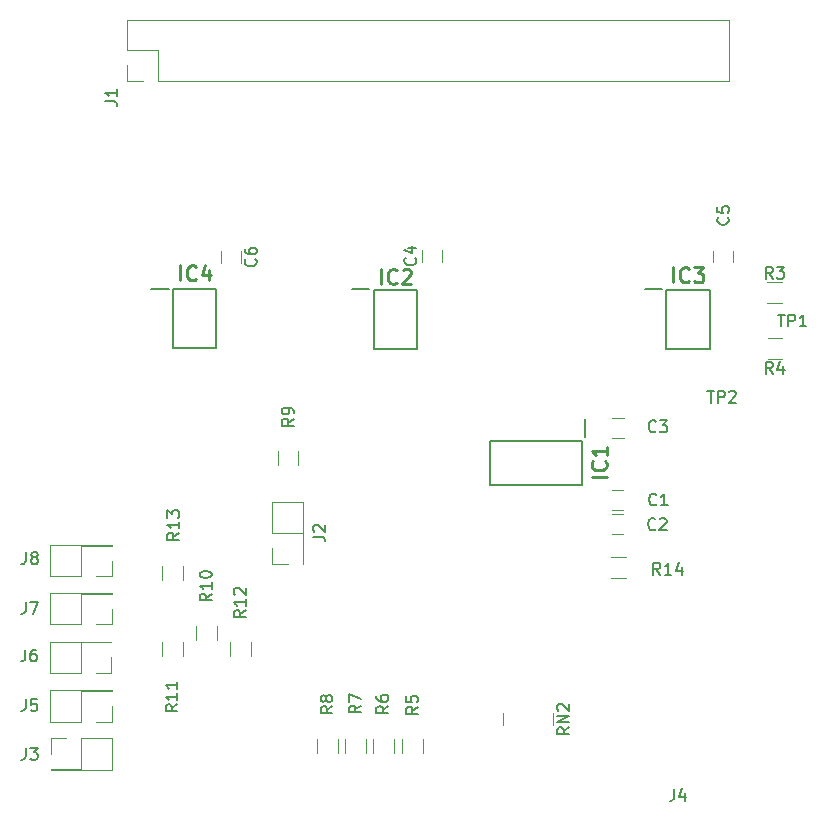
<source format=gto>
G04 #@! TF.GenerationSoftware,KiCad,Pcbnew,(5.1.6)-1*
G04 #@! TF.CreationDate,2020-09-28T13:24:55+09:00*
G04 #@! TF.ProjectId,mt_rpiprtcap,6d745f72-7069-4707-9274-6361702e6b69,rev?*
G04 #@! TF.SameCoordinates,Original*
G04 #@! TF.FileFunction,Legend,Top*
G04 #@! TF.FilePolarity,Positive*
%FSLAX46Y46*%
G04 Gerber Fmt 4.6, Leading zero omitted, Abs format (unit mm)*
G04 Created by KiCad (PCBNEW (5.1.6)-1) date 2020-09-28 13:24:55*
%MOMM*%
%LPD*%
G01*
G04 APERTURE LIST*
%ADD10C,0.200000*%
%ADD11C,0.120000*%
%ADD12C,0.150000*%
%ADD13C,0.254000*%
G04 APERTURE END LIST*
D10*
X216129000Y-81677900D02*
X216129000Y-85377900D01*
X216129000Y-85377900D02*
X208329000Y-85377900D01*
X208329000Y-85377900D02*
X208329000Y-81677900D01*
X208329000Y-81677900D02*
X216129000Y-81677900D01*
X216379000Y-79852900D02*
X216379000Y-81327900D01*
D11*
X177613000Y-51215600D02*
X177613000Y-49885600D01*
X178943000Y-51215600D02*
X177613000Y-51215600D01*
X177613000Y-48615600D02*
X177613000Y-46015600D01*
X180213000Y-48615600D02*
X177613000Y-48615600D01*
X180213000Y-51215600D02*
X180213000Y-48615600D01*
X177613000Y-46015600D02*
X228533000Y-46015600D01*
X180213000Y-51215600D02*
X228533000Y-51215600D01*
X228533000Y-51215600D02*
X228533000Y-46015600D01*
X218595000Y-87540200D02*
X219595000Y-87540200D01*
X219595000Y-85840200D02*
X218595000Y-85840200D01*
X219595000Y-87872200D02*
X218595000Y-87872200D01*
X218595000Y-89572200D02*
X219595000Y-89572200D01*
X219645000Y-79693400D02*
X218645000Y-79693400D01*
X218645000Y-81393400D02*
X219645000Y-81393400D01*
X204215000Y-66501900D02*
X204215000Y-65501900D01*
X202515000Y-65501900D02*
X202515000Y-66501900D01*
X227166000Y-65560000D02*
X227166000Y-66560000D01*
X228866000Y-66560000D02*
X228866000Y-65560000D01*
X187248000Y-66603500D02*
X187248000Y-65603500D01*
X185548000Y-65603500D02*
X185548000Y-66603500D01*
D10*
X198455000Y-68861300D02*
X202155000Y-68861300D01*
X202155000Y-68861300D02*
X202155000Y-73861300D01*
X202155000Y-73861300D02*
X198455000Y-73861300D01*
X198455000Y-73861300D02*
X198455000Y-68861300D01*
X196630000Y-68836300D02*
X198105000Y-68836300D01*
X221394000Y-68849000D02*
X222869000Y-68849000D01*
X223219000Y-73874000D02*
X223219000Y-68874000D01*
X226919000Y-73874000D02*
X223219000Y-73874000D01*
X226919000Y-68874000D02*
X226919000Y-73874000D01*
X223219000Y-68874000D02*
X226919000Y-68874000D01*
X181449000Y-68810500D02*
X185149000Y-68810500D01*
X185149000Y-68810500D02*
X185149000Y-73810500D01*
X185149000Y-73810500D02*
X181449000Y-73810500D01*
X181449000Y-73810500D02*
X181449000Y-68810500D01*
X179624000Y-68785500D02*
X181099000Y-68785500D01*
D11*
X189856000Y-92058800D02*
X189856000Y-90728800D01*
X191186000Y-92058800D02*
X189856000Y-92058800D01*
X189856000Y-89458800D02*
X189856000Y-86858800D01*
X192456000Y-89458800D02*
X189856000Y-89458800D01*
X192456000Y-92058800D02*
X192456000Y-89458800D01*
X189856000Y-86858800D02*
X192516000Y-86858800D01*
X192456000Y-92058800D02*
X192516000Y-92058800D01*
X192516000Y-92058800D02*
X192516000Y-86858800D01*
X171110000Y-106861000D02*
X172440000Y-106861000D01*
X171110000Y-108191000D02*
X171110000Y-106861000D01*
X173710000Y-106861000D02*
X176310000Y-106861000D01*
X173710000Y-109461000D02*
X173710000Y-106861000D01*
X171110000Y-109461000D02*
X173710000Y-109461000D01*
X176310000Y-106861000D02*
X176310000Y-109521000D01*
X171110000Y-109461000D02*
X171110000Y-109521000D01*
X171110000Y-109521000D02*
X176310000Y-109521000D01*
X176272000Y-102772000D02*
X171072000Y-102772000D01*
X176272000Y-102832000D02*
X176272000Y-102772000D01*
X171072000Y-105432000D02*
X171072000Y-102772000D01*
X176272000Y-102832000D02*
X173672000Y-102832000D01*
X173672000Y-102832000D02*
X173672000Y-105432000D01*
X173672000Y-105432000D02*
X171072000Y-105432000D01*
X176272000Y-104102000D02*
X176272000Y-105432000D01*
X176272000Y-105432000D02*
X174942000Y-105432000D01*
X176247000Y-101342000D02*
X174917000Y-101342000D01*
X176247000Y-100012000D02*
X176247000Y-101342000D01*
X173647000Y-101342000D02*
X171047000Y-101342000D01*
X173647000Y-98742000D02*
X173647000Y-101342000D01*
X176247000Y-98742000D02*
X173647000Y-98742000D01*
X171047000Y-101342000D02*
X171047000Y-98682000D01*
X176247000Y-98742000D02*
X176247000Y-98682000D01*
X176247000Y-98682000D02*
X171047000Y-98682000D01*
X176272000Y-94555000D02*
X171072000Y-94555000D01*
X176272000Y-94615000D02*
X176272000Y-94555000D01*
X171072000Y-97215000D02*
X171072000Y-94555000D01*
X176272000Y-94615000D02*
X173672000Y-94615000D01*
X173672000Y-94615000D02*
X173672000Y-97215000D01*
X173672000Y-97215000D02*
X171072000Y-97215000D01*
X176272000Y-95885000D02*
X176272000Y-97215000D01*
X176272000Y-97215000D02*
X174942000Y-97215000D01*
X176272000Y-93151000D02*
X174942000Y-93151000D01*
X176272000Y-91821000D02*
X176272000Y-93151000D01*
X173672000Y-93151000D02*
X171072000Y-93151000D01*
X173672000Y-90551000D02*
X173672000Y-93151000D01*
X176272000Y-90551000D02*
X173672000Y-90551000D01*
X171072000Y-93151000D02*
X171072000Y-90491000D01*
X176272000Y-90551000D02*
X176272000Y-90491000D01*
X176272000Y-90491000D02*
X171072000Y-90491000D01*
X232994000Y-69980700D02*
X231794000Y-69980700D01*
X231794000Y-68220700D02*
X232994000Y-68220700D01*
X231823000Y-72945100D02*
X233023000Y-72945100D01*
X233023000Y-74705100D02*
X231823000Y-74705100D01*
X200872000Y-108122000D02*
X200872000Y-106922000D01*
X202632000Y-106922000D02*
X202632000Y-108122000D01*
X200181000Y-106914000D02*
X200181000Y-108114000D01*
X198421000Y-108114000D02*
X198421000Y-106914000D01*
X196046000Y-108114000D02*
X196046000Y-106914000D01*
X197806000Y-106914000D02*
X197806000Y-108114000D01*
X195406000Y-106909000D02*
X195406000Y-108109000D01*
X193646000Y-108109000D02*
X193646000Y-106909000D01*
X192091000Y-82517700D02*
X192091000Y-83717700D01*
X190331000Y-83717700D02*
X190331000Y-82517700D01*
X183448000Y-98513200D02*
X183448000Y-97313200D01*
X185208000Y-97313200D02*
X185208000Y-98513200D01*
X180527000Y-99867000D02*
X180527000Y-98667000D01*
X182287000Y-98667000D02*
X182287000Y-99867000D01*
X188065000Y-98659400D02*
X188065000Y-99859400D01*
X186305000Y-99859400D02*
X186305000Y-98659400D01*
X182287000Y-92249700D02*
X182287000Y-93449700D01*
X180527000Y-93449700D02*
X180527000Y-92249700D01*
X218586000Y-91487100D02*
X219786000Y-91487100D01*
X219786000Y-93247100D02*
X218586000Y-93247100D01*
X209437000Y-105745000D02*
X209437000Y-104745000D01*
X213677000Y-105745000D02*
X213677000Y-104745000D01*
D12*
X223896666Y-111124380D02*
X223896666Y-111838666D01*
X223849047Y-111981523D01*
X223753809Y-112076761D01*
X223610952Y-112124380D01*
X223515714Y-112124380D01*
X224801428Y-111457714D02*
X224801428Y-112124380D01*
X224563333Y-111076761D02*
X224325238Y-111791047D01*
X224944285Y-111791047D01*
D13*
X218175623Y-84716861D02*
X216905623Y-84716861D01*
X218054671Y-83386385D02*
X218115147Y-83446861D01*
X218175623Y-83628290D01*
X218175623Y-83749242D01*
X218115147Y-83930671D01*
X217994195Y-84051623D01*
X217873242Y-84112100D01*
X217631338Y-84172576D01*
X217449909Y-84172576D01*
X217208004Y-84112100D01*
X217087052Y-84051623D01*
X216966100Y-83930671D01*
X216905623Y-83749242D01*
X216905623Y-83628290D01*
X216966100Y-83446861D01*
X217026576Y-83386385D01*
X218175623Y-82176861D02*
X218175623Y-82902576D01*
X218175623Y-82539719D02*
X216905623Y-82539719D01*
X217087052Y-82660671D01*
X217208004Y-82781623D01*
X217268480Y-82902576D01*
D12*
X175741080Y-52898633D02*
X176455366Y-52898633D01*
X176598223Y-52946252D01*
X176693461Y-53041490D01*
X176741080Y-53184347D01*
X176741080Y-53279585D01*
X176741080Y-51898633D02*
X176741080Y-52470061D01*
X176741080Y-52184347D02*
X175741080Y-52184347D01*
X175883938Y-52279585D01*
X175979176Y-52374823D01*
X176026795Y-52470061D01*
X222400833Y-87047342D02*
X222353214Y-87094961D01*
X222210357Y-87142580D01*
X222115119Y-87142580D01*
X221972261Y-87094961D01*
X221877023Y-86999723D01*
X221829404Y-86904485D01*
X221781785Y-86714009D01*
X221781785Y-86571152D01*
X221829404Y-86380676D01*
X221877023Y-86285438D01*
X221972261Y-86190200D01*
X222115119Y-86142580D01*
X222210357Y-86142580D01*
X222353214Y-86190200D01*
X222400833Y-86237819D01*
X223353214Y-87142580D02*
X222781785Y-87142580D01*
X223067500Y-87142580D02*
X223067500Y-86142580D01*
X222972261Y-86285438D01*
X222877023Y-86380676D01*
X222781785Y-86428295D01*
X222299233Y-89130142D02*
X222251614Y-89177761D01*
X222108757Y-89225380D01*
X222013519Y-89225380D01*
X221870661Y-89177761D01*
X221775423Y-89082523D01*
X221727804Y-88987285D01*
X221680185Y-88796809D01*
X221680185Y-88653952D01*
X221727804Y-88463476D01*
X221775423Y-88368238D01*
X221870661Y-88273000D01*
X222013519Y-88225380D01*
X222108757Y-88225380D01*
X222251614Y-88273000D01*
X222299233Y-88320619D01*
X222680185Y-88320619D02*
X222727804Y-88273000D01*
X222823042Y-88225380D01*
X223061138Y-88225380D01*
X223156376Y-88273000D01*
X223203995Y-88320619D01*
X223251614Y-88415857D01*
X223251614Y-88511095D01*
X223203995Y-88653952D01*
X222632566Y-89225380D01*
X223251614Y-89225380D01*
X222349233Y-80849742D02*
X222301614Y-80897361D01*
X222158757Y-80944980D01*
X222063519Y-80944980D01*
X221920661Y-80897361D01*
X221825423Y-80802123D01*
X221777804Y-80706885D01*
X221730185Y-80516409D01*
X221730185Y-80373552D01*
X221777804Y-80183076D01*
X221825423Y-80087838D01*
X221920661Y-79992600D01*
X222063519Y-79944980D01*
X222158757Y-79944980D01*
X222301614Y-79992600D01*
X222349233Y-80040219D01*
X222682566Y-79944980D02*
X223301614Y-79944980D01*
X222968280Y-80325933D01*
X223111138Y-80325933D01*
X223206376Y-80373552D01*
X223253995Y-80421171D01*
X223301614Y-80516409D01*
X223301614Y-80754504D01*
X223253995Y-80849742D01*
X223206376Y-80897361D01*
X223111138Y-80944980D01*
X222825423Y-80944980D01*
X222730185Y-80897361D01*
X222682566Y-80849742D01*
X201972142Y-66168566D02*
X202019761Y-66216185D01*
X202067380Y-66359042D01*
X202067380Y-66454280D01*
X202019761Y-66597138D01*
X201924523Y-66692376D01*
X201829285Y-66739995D01*
X201638809Y-66787614D01*
X201495952Y-66787614D01*
X201305476Y-66739995D01*
X201210238Y-66692376D01*
X201115000Y-66597138D01*
X201067380Y-66454280D01*
X201067380Y-66359042D01*
X201115000Y-66216185D01*
X201162619Y-66168566D01*
X201400714Y-65311423D02*
X202067380Y-65311423D01*
X201019761Y-65549519D02*
X201734047Y-65787614D01*
X201734047Y-65168566D01*
X228449142Y-62739566D02*
X228496761Y-62787185D01*
X228544380Y-62930042D01*
X228544380Y-63025280D01*
X228496761Y-63168138D01*
X228401523Y-63263376D01*
X228306285Y-63310995D01*
X228115809Y-63358614D01*
X227972952Y-63358614D01*
X227782476Y-63310995D01*
X227687238Y-63263376D01*
X227592000Y-63168138D01*
X227544380Y-63025280D01*
X227544380Y-62930042D01*
X227592000Y-62787185D01*
X227639619Y-62739566D01*
X227544380Y-61834804D02*
X227544380Y-62310995D01*
X228020571Y-62358614D01*
X227972952Y-62310995D01*
X227925333Y-62215757D01*
X227925333Y-61977661D01*
X227972952Y-61882423D01*
X228020571Y-61834804D01*
X228115809Y-61787185D01*
X228353904Y-61787185D01*
X228449142Y-61834804D01*
X228496761Y-61882423D01*
X228544380Y-61977661D01*
X228544380Y-62215757D01*
X228496761Y-62310995D01*
X228449142Y-62358614D01*
X188444242Y-66270166D02*
X188491861Y-66317785D01*
X188539480Y-66460642D01*
X188539480Y-66555880D01*
X188491861Y-66698738D01*
X188396623Y-66793976D01*
X188301385Y-66841595D01*
X188110909Y-66889214D01*
X187968052Y-66889214D01*
X187777576Y-66841595D01*
X187682338Y-66793976D01*
X187587100Y-66698738D01*
X187539480Y-66555880D01*
X187539480Y-66460642D01*
X187587100Y-66317785D01*
X187634719Y-66270166D01*
X187539480Y-65413023D02*
X187539480Y-65603500D01*
X187587100Y-65698738D01*
X187634719Y-65746357D01*
X187777576Y-65841595D01*
X187968052Y-65889214D01*
X188349004Y-65889214D01*
X188444242Y-65841595D01*
X188491861Y-65793976D01*
X188539480Y-65698738D01*
X188539480Y-65508261D01*
X188491861Y-65413023D01*
X188444242Y-65365404D01*
X188349004Y-65317785D01*
X188110909Y-65317785D01*
X188015671Y-65365404D01*
X187968052Y-65413023D01*
X187920433Y-65508261D01*
X187920433Y-65698738D01*
X187968052Y-65793976D01*
X188015671Y-65841595D01*
X188110909Y-65889214D01*
D13*
X199090638Y-68392523D02*
X199090638Y-67122523D01*
X200421114Y-68271571D02*
X200360638Y-68332047D01*
X200179209Y-68392523D01*
X200058257Y-68392523D01*
X199876828Y-68332047D01*
X199755876Y-68211095D01*
X199695400Y-68090142D01*
X199634923Y-67848238D01*
X199634923Y-67666809D01*
X199695400Y-67424904D01*
X199755876Y-67303952D01*
X199876828Y-67183000D01*
X200058257Y-67122523D01*
X200179209Y-67122523D01*
X200360638Y-67183000D01*
X200421114Y-67243476D01*
X200904923Y-67243476D02*
X200965400Y-67183000D01*
X201086352Y-67122523D01*
X201388733Y-67122523D01*
X201509685Y-67183000D01*
X201570161Y-67243476D01*
X201630638Y-67364428D01*
X201630638Y-67485380D01*
X201570161Y-67666809D01*
X200844447Y-68392523D01*
X201630638Y-68392523D01*
X223829238Y-68240123D02*
X223829238Y-66970123D01*
X225159714Y-68119171D02*
X225099238Y-68179647D01*
X224917809Y-68240123D01*
X224796857Y-68240123D01*
X224615428Y-68179647D01*
X224494476Y-68058695D01*
X224434000Y-67937742D01*
X224373523Y-67695838D01*
X224373523Y-67514409D01*
X224434000Y-67272504D01*
X224494476Y-67151552D01*
X224615428Y-67030600D01*
X224796857Y-66970123D01*
X224917809Y-66970123D01*
X225099238Y-67030600D01*
X225159714Y-67091076D01*
X225583047Y-66970123D02*
X226369238Y-66970123D01*
X225945904Y-67453933D01*
X226127333Y-67453933D01*
X226248285Y-67514409D01*
X226308761Y-67574885D01*
X226369238Y-67695838D01*
X226369238Y-67998219D01*
X226308761Y-68119171D01*
X226248285Y-68179647D01*
X226127333Y-68240123D01*
X225764476Y-68240123D01*
X225643523Y-68179647D01*
X225583047Y-68119171D01*
X182084638Y-68087723D02*
X182084638Y-66817723D01*
X183415114Y-67966771D02*
X183354638Y-68027247D01*
X183173209Y-68087723D01*
X183052257Y-68087723D01*
X182870828Y-68027247D01*
X182749876Y-67906295D01*
X182689400Y-67785342D01*
X182628923Y-67543438D01*
X182628923Y-67362009D01*
X182689400Y-67120104D01*
X182749876Y-66999152D01*
X182870828Y-66878200D01*
X183052257Y-66817723D01*
X183173209Y-66817723D01*
X183354638Y-66878200D01*
X183415114Y-66938676D01*
X184503685Y-67241057D02*
X184503685Y-68087723D01*
X184201304Y-66757247D02*
X183898923Y-67664390D01*
X184685114Y-67664390D01*
D12*
X193330780Y-89779433D02*
X194045066Y-89779433D01*
X194187923Y-89827052D01*
X194283161Y-89922290D01*
X194330780Y-90065147D01*
X194330780Y-90160385D01*
X193426019Y-89350861D02*
X193378400Y-89303242D01*
X193330780Y-89208004D01*
X193330780Y-88969909D01*
X193378400Y-88874671D01*
X193426019Y-88827052D01*
X193521257Y-88779433D01*
X193616495Y-88779433D01*
X193759352Y-88827052D01*
X194330780Y-89398480D01*
X194330780Y-88779433D01*
X169007866Y-107668780D02*
X169007866Y-108383066D01*
X168960247Y-108525923D01*
X168865009Y-108621161D01*
X168722152Y-108668780D01*
X168626914Y-108668780D01*
X169388819Y-107668780D02*
X170007866Y-107668780D01*
X169674533Y-108049733D01*
X169817390Y-108049733D01*
X169912628Y-108097352D01*
X169960247Y-108144971D01*
X170007866Y-108240209D01*
X170007866Y-108478304D01*
X169960247Y-108573542D01*
X169912628Y-108621161D01*
X169817390Y-108668780D01*
X169531676Y-108668780D01*
X169436438Y-108621161D01*
X169388819Y-108573542D01*
X168995266Y-103541680D02*
X168995266Y-104255966D01*
X168947647Y-104398823D01*
X168852409Y-104494061D01*
X168709552Y-104541680D01*
X168614314Y-104541680D01*
X169947647Y-103541680D02*
X169471457Y-103541680D01*
X169423838Y-104017871D01*
X169471457Y-103970252D01*
X169566695Y-103922633D01*
X169804790Y-103922633D01*
X169900028Y-103970252D01*
X169947647Y-104017871D01*
X169995266Y-104113109D01*
X169995266Y-104351204D01*
X169947647Y-104446442D01*
X169900028Y-104494061D01*
X169804790Y-104541680D01*
X169566695Y-104541680D01*
X169471457Y-104494061D01*
X169423838Y-104446442D01*
X168944866Y-99350080D02*
X168944866Y-100064366D01*
X168897247Y-100207223D01*
X168802009Y-100302461D01*
X168659152Y-100350080D01*
X168563914Y-100350080D01*
X169849628Y-99350080D02*
X169659152Y-99350080D01*
X169563914Y-99397700D01*
X169516295Y-99445319D01*
X169421057Y-99588176D01*
X169373438Y-99778652D01*
X169373438Y-100159604D01*
X169421057Y-100254842D01*
X169468676Y-100302461D01*
X169563914Y-100350080D01*
X169754390Y-100350080D01*
X169849628Y-100302461D01*
X169897247Y-100254842D01*
X169944866Y-100159604D01*
X169944866Y-99921509D01*
X169897247Y-99826271D01*
X169849628Y-99778652D01*
X169754390Y-99731033D01*
X169563914Y-99731033D01*
X169468676Y-99778652D01*
X169421057Y-99826271D01*
X169373438Y-99921509D01*
X169007966Y-95324680D02*
X169007966Y-96038966D01*
X168960347Y-96181823D01*
X168865109Y-96277061D01*
X168722252Y-96324680D01*
X168627014Y-96324680D01*
X169388919Y-95324680D02*
X170055585Y-95324680D01*
X169627014Y-96324680D01*
X169020666Y-91108280D02*
X169020666Y-91822566D01*
X168973047Y-91965423D01*
X168877809Y-92060661D01*
X168734952Y-92108280D01*
X168639714Y-92108280D01*
X169639714Y-91536852D02*
X169544476Y-91489233D01*
X169496857Y-91441614D01*
X169449238Y-91346376D01*
X169449238Y-91298757D01*
X169496857Y-91203519D01*
X169544476Y-91155900D01*
X169639714Y-91108280D01*
X169830190Y-91108280D01*
X169925428Y-91155900D01*
X169973047Y-91203519D01*
X170020666Y-91298757D01*
X170020666Y-91346376D01*
X169973047Y-91441614D01*
X169925428Y-91489233D01*
X169830190Y-91536852D01*
X169639714Y-91536852D01*
X169544476Y-91584471D01*
X169496857Y-91632090D01*
X169449238Y-91727328D01*
X169449238Y-91917804D01*
X169496857Y-92013042D01*
X169544476Y-92060661D01*
X169639714Y-92108280D01*
X169830190Y-92108280D01*
X169925428Y-92060661D01*
X169973047Y-92013042D01*
X170020666Y-91917804D01*
X170020666Y-91727328D01*
X169973047Y-91632090D01*
X169925428Y-91584471D01*
X169830190Y-91536852D01*
X232256533Y-67927480D02*
X231923200Y-67451290D01*
X231685104Y-67927480D02*
X231685104Y-66927480D01*
X232066057Y-66927480D01*
X232161295Y-66975100D01*
X232208914Y-67022719D01*
X232256533Y-67117957D01*
X232256533Y-67260814D01*
X232208914Y-67356052D01*
X232161295Y-67403671D01*
X232066057Y-67451290D01*
X231685104Y-67451290D01*
X232589866Y-66927480D02*
X233208914Y-66927480D01*
X232875580Y-67308433D01*
X233018438Y-67308433D01*
X233113676Y-67356052D01*
X233161295Y-67403671D01*
X233208914Y-67498909D01*
X233208914Y-67737004D01*
X233161295Y-67832242D01*
X233113676Y-67879861D01*
X233018438Y-67927480D01*
X232732723Y-67927480D01*
X232637485Y-67879861D01*
X232589866Y-67832242D01*
X232256333Y-75977480D02*
X231923000Y-75501290D01*
X231684904Y-75977480D02*
X231684904Y-74977480D01*
X232065857Y-74977480D01*
X232161095Y-75025100D01*
X232208714Y-75072719D01*
X232256333Y-75167957D01*
X232256333Y-75310814D01*
X232208714Y-75406052D01*
X232161095Y-75453671D01*
X232065857Y-75501290D01*
X231684904Y-75501290D01*
X233113476Y-75310814D02*
X233113476Y-75977480D01*
X232875380Y-74929861D02*
X232637285Y-75644147D01*
X233256333Y-75644147D01*
X202204380Y-104187266D02*
X201728190Y-104520600D01*
X202204380Y-104758695D02*
X201204380Y-104758695D01*
X201204380Y-104377742D01*
X201252000Y-104282504D01*
X201299619Y-104234885D01*
X201394857Y-104187266D01*
X201537714Y-104187266D01*
X201632952Y-104234885D01*
X201680571Y-104282504D01*
X201728190Y-104377742D01*
X201728190Y-104758695D01*
X201204380Y-103282504D02*
X201204380Y-103758695D01*
X201680571Y-103806314D01*
X201632952Y-103758695D01*
X201585333Y-103663457D01*
X201585333Y-103425361D01*
X201632952Y-103330123D01*
X201680571Y-103282504D01*
X201775809Y-103234885D01*
X202013904Y-103234885D01*
X202109142Y-103282504D01*
X202156761Y-103330123D01*
X202204380Y-103425361D01*
X202204380Y-103663457D01*
X202156761Y-103758695D01*
X202109142Y-103806314D01*
X199689880Y-104128466D02*
X199213690Y-104461800D01*
X199689880Y-104699895D02*
X198689880Y-104699895D01*
X198689880Y-104318942D01*
X198737500Y-104223704D01*
X198785119Y-104176085D01*
X198880357Y-104128466D01*
X199023214Y-104128466D01*
X199118452Y-104176085D01*
X199166071Y-104223704D01*
X199213690Y-104318942D01*
X199213690Y-104699895D01*
X198689880Y-103271323D02*
X198689880Y-103461800D01*
X198737500Y-103557038D01*
X198785119Y-103604657D01*
X198927976Y-103699895D01*
X199118452Y-103747514D01*
X199499404Y-103747514D01*
X199594642Y-103699895D01*
X199642261Y-103652276D01*
X199689880Y-103557038D01*
X199689880Y-103366561D01*
X199642261Y-103271323D01*
X199594642Y-103223704D01*
X199499404Y-103176085D01*
X199261309Y-103176085D01*
X199166071Y-103223704D01*
X199118452Y-103271323D01*
X199070833Y-103366561D01*
X199070833Y-103557038D01*
X199118452Y-103652276D01*
X199166071Y-103699895D01*
X199261309Y-103747514D01*
X197365680Y-104077666D02*
X196889490Y-104411000D01*
X197365680Y-104649095D02*
X196365680Y-104649095D01*
X196365680Y-104268142D01*
X196413300Y-104172904D01*
X196460919Y-104125285D01*
X196556157Y-104077666D01*
X196699014Y-104077666D01*
X196794252Y-104125285D01*
X196841871Y-104172904D01*
X196889490Y-104268142D01*
X196889490Y-104649095D01*
X196365680Y-103744333D02*
X196365680Y-103077666D01*
X197365680Y-103506238D01*
X194965680Y-104148866D02*
X194489490Y-104482200D01*
X194965680Y-104720295D02*
X193965680Y-104720295D01*
X193965680Y-104339342D01*
X194013300Y-104244104D01*
X194060919Y-104196485D01*
X194156157Y-104148866D01*
X194299014Y-104148866D01*
X194394252Y-104196485D01*
X194441871Y-104244104D01*
X194489490Y-104339342D01*
X194489490Y-104720295D01*
X194394252Y-103577438D02*
X194346633Y-103672676D01*
X194299014Y-103720295D01*
X194203776Y-103767914D01*
X194156157Y-103767914D01*
X194060919Y-103720295D01*
X194013300Y-103672676D01*
X193965680Y-103577438D01*
X193965680Y-103386961D01*
X194013300Y-103291723D01*
X194060919Y-103244104D01*
X194156157Y-103196485D01*
X194203776Y-103196485D01*
X194299014Y-103244104D01*
X194346633Y-103291723D01*
X194394252Y-103386961D01*
X194394252Y-103577438D01*
X194441871Y-103672676D01*
X194489490Y-103720295D01*
X194584728Y-103767914D01*
X194775204Y-103767914D01*
X194870442Y-103720295D01*
X194918061Y-103672676D01*
X194965680Y-103577438D01*
X194965680Y-103386961D01*
X194918061Y-103291723D01*
X194870442Y-103244104D01*
X194775204Y-103196485D01*
X194584728Y-103196485D01*
X194489490Y-103244104D01*
X194441871Y-103291723D01*
X194394252Y-103386961D01*
X191688780Y-79808366D02*
X191212590Y-80141700D01*
X191688780Y-80379795D02*
X190688780Y-80379795D01*
X190688780Y-79998842D01*
X190736400Y-79903604D01*
X190784019Y-79855985D01*
X190879257Y-79808366D01*
X191022114Y-79808366D01*
X191117352Y-79855985D01*
X191164971Y-79903604D01*
X191212590Y-79998842D01*
X191212590Y-80379795D01*
X191688780Y-79332176D02*
X191688780Y-79141700D01*
X191641161Y-79046461D01*
X191593542Y-78998842D01*
X191450685Y-78903604D01*
X191260209Y-78855985D01*
X190879257Y-78855985D01*
X190784019Y-78903604D01*
X190736400Y-78951223D01*
X190688780Y-79046461D01*
X190688780Y-79236938D01*
X190736400Y-79332176D01*
X190784019Y-79379795D01*
X190879257Y-79427414D01*
X191117352Y-79427414D01*
X191212590Y-79379795D01*
X191260209Y-79332176D01*
X191307828Y-79236938D01*
X191307828Y-79046461D01*
X191260209Y-78951223D01*
X191212590Y-78903604D01*
X191117352Y-78855985D01*
X184729580Y-94610157D02*
X184253390Y-94943490D01*
X184729580Y-95181585D02*
X183729580Y-95181585D01*
X183729580Y-94800633D01*
X183777200Y-94705395D01*
X183824819Y-94657776D01*
X183920057Y-94610157D01*
X184062914Y-94610157D01*
X184158152Y-94657776D01*
X184205771Y-94705395D01*
X184253390Y-94800633D01*
X184253390Y-95181585D01*
X184729580Y-93657776D02*
X184729580Y-94229204D01*
X184729580Y-93943490D02*
X183729580Y-93943490D01*
X183872438Y-94038728D01*
X183967676Y-94133966D01*
X184015295Y-94229204D01*
X183729580Y-93038728D02*
X183729580Y-92943490D01*
X183777200Y-92848252D01*
X183824819Y-92800633D01*
X183920057Y-92753014D01*
X184110533Y-92705395D01*
X184348628Y-92705395D01*
X184539104Y-92753014D01*
X184634342Y-92800633D01*
X184681961Y-92848252D01*
X184729580Y-92943490D01*
X184729580Y-93038728D01*
X184681961Y-93133966D01*
X184634342Y-93181585D01*
X184539104Y-93229204D01*
X184348628Y-93276823D01*
X184110533Y-93276823D01*
X183920057Y-93229204D01*
X183824819Y-93181585D01*
X183777200Y-93133966D01*
X183729580Y-93038728D01*
X181834180Y-103990357D02*
X181357990Y-104323690D01*
X181834180Y-104561785D02*
X180834180Y-104561785D01*
X180834180Y-104180833D01*
X180881800Y-104085595D01*
X180929419Y-104037976D01*
X181024657Y-103990357D01*
X181167514Y-103990357D01*
X181262752Y-104037976D01*
X181310371Y-104085595D01*
X181357990Y-104180833D01*
X181357990Y-104561785D01*
X181834180Y-103037976D02*
X181834180Y-103609404D01*
X181834180Y-103323690D02*
X180834180Y-103323690D01*
X180977038Y-103418928D01*
X181072276Y-103514166D01*
X181119895Y-103609404D01*
X181834180Y-102085595D02*
X181834180Y-102657023D01*
X181834180Y-102371309D02*
X180834180Y-102371309D01*
X180977038Y-102466547D01*
X181072276Y-102561785D01*
X181119895Y-102657023D01*
X187611980Y-96016057D02*
X187135790Y-96349390D01*
X187611980Y-96587485D02*
X186611980Y-96587485D01*
X186611980Y-96206533D01*
X186659600Y-96111295D01*
X186707219Y-96063676D01*
X186802457Y-96016057D01*
X186945314Y-96016057D01*
X187040552Y-96063676D01*
X187088171Y-96111295D01*
X187135790Y-96206533D01*
X187135790Y-96587485D01*
X187611980Y-95063676D02*
X187611980Y-95635104D01*
X187611980Y-95349390D02*
X186611980Y-95349390D01*
X186754838Y-95444628D01*
X186850076Y-95539866D01*
X186897695Y-95635104D01*
X186707219Y-94682723D02*
X186659600Y-94635104D01*
X186611980Y-94539866D01*
X186611980Y-94301771D01*
X186659600Y-94206533D01*
X186707219Y-94158914D01*
X186802457Y-94111295D01*
X186897695Y-94111295D01*
X187040552Y-94158914D01*
X187611980Y-94730342D01*
X187611980Y-94111295D01*
X181986380Y-89457757D02*
X181510190Y-89791090D01*
X181986380Y-90029185D02*
X180986380Y-90029185D01*
X180986380Y-89648233D01*
X181034000Y-89552995D01*
X181081619Y-89505376D01*
X181176857Y-89457757D01*
X181319714Y-89457757D01*
X181414952Y-89505376D01*
X181462571Y-89552995D01*
X181510190Y-89648233D01*
X181510190Y-90029185D01*
X181986380Y-88505376D02*
X181986380Y-89076804D01*
X181986380Y-88791090D02*
X180986380Y-88791090D01*
X181129238Y-88886328D01*
X181224476Y-88981566D01*
X181272095Y-89076804D01*
X180986380Y-88172042D02*
X180986380Y-87552995D01*
X181367333Y-87886328D01*
X181367333Y-87743471D01*
X181414952Y-87648233D01*
X181462571Y-87600614D01*
X181557809Y-87552995D01*
X181795904Y-87552995D01*
X181891142Y-87600614D01*
X181938761Y-87648233D01*
X181986380Y-87743471D01*
X181986380Y-88029185D01*
X181938761Y-88124423D01*
X181891142Y-88172042D01*
X222717642Y-92997280D02*
X222384309Y-92521090D01*
X222146214Y-92997280D02*
X222146214Y-91997280D01*
X222527166Y-91997280D01*
X222622404Y-92044900D01*
X222670023Y-92092519D01*
X222717642Y-92187757D01*
X222717642Y-92330614D01*
X222670023Y-92425852D01*
X222622404Y-92473471D01*
X222527166Y-92521090D01*
X222146214Y-92521090D01*
X223670023Y-92997280D02*
X223098595Y-92997280D01*
X223384309Y-92997280D02*
X223384309Y-91997280D01*
X223289071Y-92140138D01*
X223193833Y-92235376D01*
X223098595Y-92282995D01*
X224527166Y-92330614D02*
X224527166Y-92997280D01*
X224289071Y-91949661D02*
X224050976Y-92663947D01*
X224670023Y-92663947D01*
X215009380Y-105935476D02*
X214533190Y-106268809D01*
X215009380Y-106506904D02*
X214009380Y-106506904D01*
X214009380Y-106125952D01*
X214057000Y-106030714D01*
X214104619Y-105983095D01*
X214199857Y-105935476D01*
X214342714Y-105935476D01*
X214437952Y-105983095D01*
X214485571Y-106030714D01*
X214533190Y-106125952D01*
X214533190Y-106506904D01*
X215009380Y-105506904D02*
X214009380Y-105506904D01*
X215009380Y-104935476D01*
X214009380Y-104935476D01*
X214104619Y-104506904D02*
X214057000Y-104459285D01*
X214009380Y-104364047D01*
X214009380Y-104125952D01*
X214057000Y-104030714D01*
X214104619Y-103983095D01*
X214199857Y-103935476D01*
X214295095Y-103935476D01*
X214437952Y-103983095D01*
X215009380Y-104554523D01*
X215009380Y-103935476D01*
X232671995Y-70978780D02*
X233243423Y-70978780D01*
X232957709Y-71978780D02*
X232957709Y-70978780D01*
X233576757Y-71978780D02*
X233576757Y-70978780D01*
X233957709Y-70978780D01*
X234052947Y-71026400D01*
X234100566Y-71074019D01*
X234148185Y-71169257D01*
X234148185Y-71312114D01*
X234100566Y-71407352D01*
X234052947Y-71454971D01*
X233957709Y-71502590D01*
X233576757Y-71502590D01*
X235100566Y-71978780D02*
X234529138Y-71978780D01*
X234814852Y-71978780D02*
X234814852Y-70978780D01*
X234719614Y-71121638D01*
X234624376Y-71216876D01*
X234529138Y-71264495D01*
X226703395Y-77443080D02*
X227274823Y-77443080D01*
X226989109Y-78443080D02*
X226989109Y-77443080D01*
X227608157Y-78443080D02*
X227608157Y-77443080D01*
X227989109Y-77443080D01*
X228084347Y-77490700D01*
X228131966Y-77538319D01*
X228179585Y-77633557D01*
X228179585Y-77776414D01*
X228131966Y-77871652D01*
X228084347Y-77919271D01*
X227989109Y-77966890D01*
X227608157Y-77966890D01*
X228560538Y-77538319D02*
X228608157Y-77490700D01*
X228703395Y-77443080D01*
X228941490Y-77443080D01*
X229036728Y-77490700D01*
X229084347Y-77538319D01*
X229131966Y-77633557D01*
X229131966Y-77728795D01*
X229084347Y-77871652D01*
X228512919Y-78443080D01*
X229131966Y-78443080D01*
M02*

</source>
